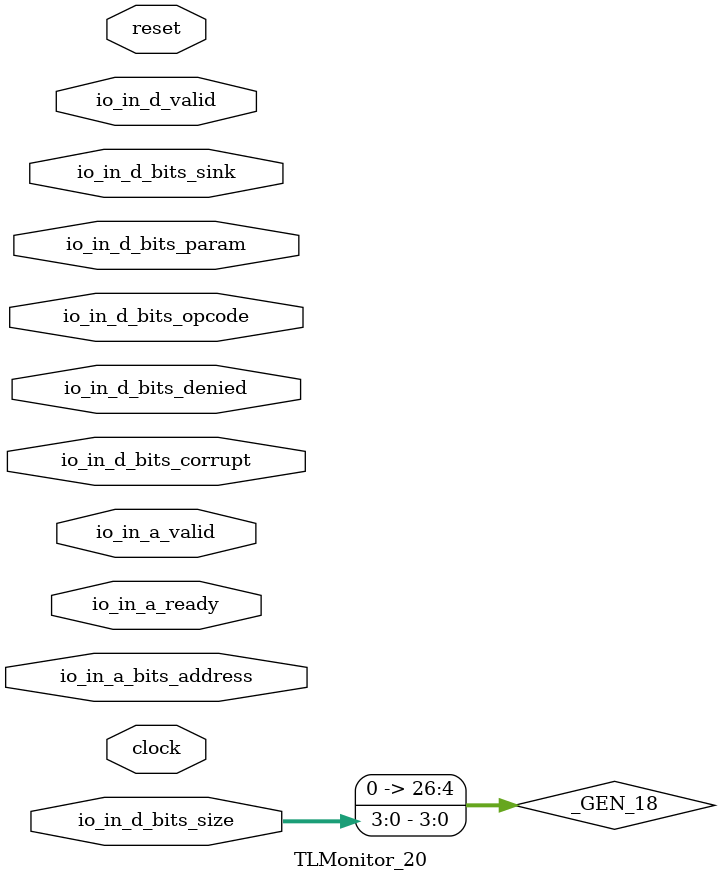
<source format=sv>
`ifndef RANDOMIZE
  `ifdef RANDOMIZE_MEM_INIT
    `define RANDOMIZE
  `endif // RANDOMIZE_MEM_INIT
`endif // not def RANDOMIZE
`ifndef RANDOMIZE
  `ifdef RANDOMIZE_REG_INIT
    `define RANDOMIZE
  `endif // RANDOMIZE_REG_INIT
`endif // not def RANDOMIZE

`ifndef RANDOM
  `define RANDOM $random
`endif // not def RANDOM

// Users can define INIT_RANDOM as general code that gets injected into the
// initializer block for modules with registers.
`ifndef INIT_RANDOM
  `define INIT_RANDOM
`endif // not def INIT_RANDOM

// If using random initialization, you can also define RANDOMIZE_DELAY to
// customize the delay used, otherwise 0.002 is used.
`ifndef RANDOMIZE_DELAY
  `define RANDOMIZE_DELAY 0.002
`endif // not def RANDOMIZE_DELAY

// Define INIT_RANDOM_PROLOG_ for use in our modules below.
`ifndef INIT_RANDOM_PROLOG_
  `ifdef RANDOMIZE
    `ifdef VERILATOR
      `define INIT_RANDOM_PROLOG_ `INIT_RANDOM
    `else  // VERILATOR
      `define INIT_RANDOM_PROLOG_ `INIT_RANDOM #`RANDOMIZE_DELAY begin end
    `endif // VERILATOR
  `else  // RANDOMIZE
    `define INIT_RANDOM_PROLOG_
  `endif // RANDOMIZE
`endif // not def INIT_RANDOM_PROLOG_

// Include register initializers in init blocks unless synthesis is set
`ifndef SYNTHESIS
  `ifndef ENABLE_INITIAL_REG_
    `define ENABLE_INITIAL_REG_
  `endif // not def ENABLE_INITIAL_REG_
`endif // not def SYNTHESIS

// Include rmemory initializers in init blocks unless synthesis is set
`ifndef SYNTHESIS
  `ifndef ENABLE_INITIAL_MEM_
    `define ENABLE_INITIAL_MEM_
  `endif // not def ENABLE_INITIAL_MEM_
`endif // not def SYNTHESIS

// Standard header to adapt well known macros for prints and assertions.

// Users can define 'PRINTF_COND' to add an extra gate to prints.
`ifndef PRINTF_COND_
  `ifdef PRINTF_COND
    `define PRINTF_COND_ (`PRINTF_COND)
  `else  // PRINTF_COND
    `define PRINTF_COND_ 1
  `endif // PRINTF_COND
`endif // not def PRINTF_COND_

// Users can define 'ASSERT_VERBOSE_COND' to add an extra gate to assert error printing.
`ifndef ASSERT_VERBOSE_COND_
  `ifdef ASSERT_VERBOSE_COND
    `define ASSERT_VERBOSE_COND_ (`ASSERT_VERBOSE_COND)
  `else  // ASSERT_VERBOSE_COND
    `define ASSERT_VERBOSE_COND_ 1
  `endif // ASSERT_VERBOSE_COND
`endif // not def ASSERT_VERBOSE_COND_

// Users can define 'STOP_COND' to add an extra gate to stop conditions.
`ifndef STOP_COND_
  `ifdef STOP_COND
    `define STOP_COND_ (`STOP_COND)
  `else  // STOP_COND
    `define STOP_COND_ 1
  `endif // STOP_COND
`endif // not def STOP_COND_

module TLMonitor_20(
  input        clock,
               reset,
               io_in_a_ready,	// @[generators/rocket-chip/src/main/scala/tilelink/Monitor.scala:17:14]
               io_in_a_valid,	// @[generators/rocket-chip/src/main/scala/tilelink/Monitor.scala:17:14]
  input [28:0] io_in_a_bits_address,	// @[generators/rocket-chip/src/main/scala/tilelink/Monitor.scala:17:14]
  input        io_in_d_valid,	// @[generators/rocket-chip/src/main/scala/tilelink/Monitor.scala:17:14]
  input [2:0]  io_in_d_bits_opcode,	// @[generators/rocket-chip/src/main/scala/tilelink/Monitor.scala:17:14]
  input [1:0]  io_in_d_bits_param,	// @[generators/rocket-chip/src/main/scala/tilelink/Monitor.scala:17:14]
  input [3:0]  io_in_d_bits_size,	// @[generators/rocket-chip/src/main/scala/tilelink/Monitor.scala:17:14]
  input        io_in_d_bits_sink,	// @[generators/rocket-chip/src/main/scala/tilelink/Monitor.scala:17:14]
               io_in_d_bits_denied,	// @[generators/rocket-chip/src/main/scala/tilelink/Monitor.scala:17:14]
               io_in_d_bits_corrupt	// @[generators/rocket-chip/src/main/scala/tilelink/Monitor.scala:17:14]
);

  wire [31:0] _plusarg_reader_1_out;	// @[generators/rocket-chip/src/main/scala/util/PlusArg.scala:80:11]
  wire [31:0] _plusarg_reader_out;	// @[generators/rocket-chip/src/main/scala/util/PlusArg.scala:80:11]
  wire        _a_first_T_1 = io_in_a_ready & io_in_a_valid;	// @[src/main/scala/chisel3/util/Decoupled.scala:52:35]
  reg  [8:0]  a_first_counter;	// @[generators/rocket-chip/src/main/scala/tilelink/Edges.scala:230:27]
  reg  [28:0] address;	// @[generators/rocket-chip/src/main/scala/tilelink/Monitor.scala:388:22]
  reg  [8:0]  d_first_counter;	// @[generators/rocket-chip/src/main/scala/tilelink/Edges.scala:230:27]
  reg  [2:0]  opcode_1;	// @[generators/rocket-chip/src/main/scala/tilelink/Monitor.scala:535:22]
  reg  [1:0]  param_1;	// @[generators/rocket-chip/src/main/scala/tilelink/Monitor.scala:536:22]
  reg  [3:0]  size_1;	// @[generators/rocket-chip/src/main/scala/tilelink/Monitor.scala:537:22]
  reg         sink;	// @[generators/rocket-chip/src/main/scala/tilelink/Monitor.scala:539:22]
  reg         denied;	// @[generators/rocket-chip/src/main/scala/tilelink/Monitor.scala:540:22]
  reg         inflight;	// @[generators/rocket-chip/src/main/scala/tilelink/Monitor.scala:611:27]
  reg  [3:0]  inflight_opcodes;	// @[generators/rocket-chip/src/main/scala/tilelink/Monitor.scala:613:35]
  reg  [7:0]  inflight_sizes;	// @[generators/rocket-chip/src/main/scala/tilelink/Monitor.scala:615:33]
  reg  [8:0]  a_first_counter_1;	// @[generators/rocket-chip/src/main/scala/tilelink/Edges.scala:230:27]
  wire        a_first_1 = a_first_counter_1 == 9'h0;	// @[generators/rocket-chip/src/main/scala/tilelink/Edges.scala:222:14, :230:27, :232:25]
  reg  [8:0]  d_first_counter_1;	// @[generators/rocket-chip/src/main/scala/tilelink/Edges.scala:230:27]
  wire        d_first_1 = d_first_counter_1 == 9'h0;	// @[generators/rocket-chip/src/main/scala/tilelink/Edges.scala:222:14, :230:27, :232:25]
  wire        a_set = _a_first_T_1 & a_first_1;	// @[generators/rocket-chip/src/main/scala/tilelink/Edges.scala:232:25, generators/rocket-chip/src/main/scala/tilelink/Monitor.scala:652:25, src/main/scala/chisel3/util/Decoupled.scala:52:35]
  wire        d_release_ack = io_in_d_bits_opcode == 3'h6;	// @[generators/rocket-chip/src/main/scala/tilelink/Monitor.scala:670:46]
  wire        _GEN = io_in_d_valid & d_first_1;	// @[generators/rocket-chip/src/main/scala/tilelink/Edges.scala:232:25, generators/rocket-chip/src/main/scala/tilelink/Monitor.scala:671:26]
  wire        d_clr_wo_ready = _GEN & ~d_release_ack;	// @[generators/rocket-chip/src/main/scala/tilelink/Monitor.scala:670:46, :671:{26,71,74}]
  reg  [31:0] watchdog;	// @[generators/rocket-chip/src/main/scala/tilelink/Monitor.scala:706:27]
  reg         inflight_1;	// @[generators/rocket-chip/src/main/scala/tilelink/Monitor.scala:723:35]
  reg  [7:0]  inflight_sizes_1;	// @[generators/rocket-chip/src/main/scala/tilelink/Monitor.scala:725:35]
  reg  [8:0]  d_first_counter_2;	// @[generators/rocket-chip/src/main/scala/tilelink/Edges.scala:230:27]
  wire        d_first_2 = d_first_counter_2 == 9'h0;	// @[generators/rocket-chip/src/main/scala/tilelink/Edges.scala:222:14, :230:27, :232:25]
  wire        d_clr_1 = io_in_d_valid & d_first_2 & d_release_ack;	// @[generators/rocket-chip/src/main/scala/tilelink/Edges.scala:232:25, generators/rocket-chip/src/main/scala/tilelink/Monitor.scala:670:46, :785:70]
  reg  [31:0] watchdog_1;	// @[generators/rocket-chip/src/main/scala/tilelink/Monitor.scala:815:27]
  `ifndef SYNTHESIS	// @[generators/rocket-chip/src/main/scala/tilelink/Monitor.scala:42:11]
    wire [7:0][2:0] _GEN_0 = '{3'h4, 3'h5, 3'h2, 3'h1, 3'h1, 3'h1, 3'h0, 3'h0};	// @[generators/rocket-chip/src/main/scala/tilelink/Monitor.scala:690:38]
    wire [7:0][2:0] _GEN_1 = '{3'h4, 3'h4, 3'h2, 3'h1, 3'h1, 3'h1, 3'h0, 3'h0};	// @[generators/rocket-chip/src/main/scala/tilelink/Monitor.scala:689:38]
    wire            mask_eq_2 = ~(io_in_a_bits_address[2]) & ~(io_in_a_bits_address[1]);	// @[generators/rocket-chip/src/main/scala/util/Misc.scala:210:26, :211:20, :214:27]
    wire            mask_eq_3 = ~(io_in_a_bits_address[2]) & io_in_a_bits_address[1];	// @[generators/rocket-chip/src/main/scala/util/Misc.scala:210:26, :211:20, :214:27]
    wire            mask_eq_4 = io_in_a_bits_address[2] & ~(io_in_a_bits_address[1]);	// @[generators/rocket-chip/src/main/scala/util/Misc.scala:210:26, :211:20, :214:27]
    wire            mask_eq_5 = io_in_a_bits_address[2] & io_in_a_bits_address[1];	// @[generators/rocket-chip/src/main/scala/util/Misc.scala:210:26, :214:27]
    wire            _GEN_2 = io_in_a_valid & ~reset;	// @[generators/rocket-chip/src/main/scala/tilelink/Monitor.scala:42:11]
    wire            _GEN_3 = io_in_d_valid & io_in_d_bits_opcode == 3'h6 & ~reset;	// @[generators/rocket-chip/src/main/scala/tilelink/Monitor.scala:42:11, :49:11, :310:25]
    wire            _GEN_4 = io_in_d_bits_size < 4'h3;	// @[generators/rocket-chip/src/main/scala/tilelink/Monitor.scala:312:27]
    wire            _GEN_5 = io_in_d_valid & io_in_d_bits_opcode == 3'h4 & ~reset;	// @[generators/rocket-chip/src/main/scala/tilelink/Monitor.scala:42:11, :49:11, :318:25]
    wire            _GEN_6 = io_in_d_bits_param == 2'h2;	// @[generators/rocket-chip/src/main/scala/tilelink/Bundles.scala:111:27, generators/rocket-chip/src/main/scala/tilelink/Monitor.scala:323:28]
    wire            _GEN_7 = io_in_d_valid & io_in_d_bits_opcode == 3'h5 & ~reset;	// @[generators/rocket-chip/src/main/scala/tilelink/Monitor.scala:42:11, :49:11, :328:25]
    wire            _GEN_8 = ~io_in_d_bits_denied | io_in_d_bits_corrupt;	// @[generators/rocket-chip/src/main/scala/tilelink/Monitor.scala:334:{15,30}]
    wire            _GEN_9 = io_in_d_bits_opcode == 3'h0;	// @[generators/rocket-chip/src/main/scala/tilelink/Monitor.scala:338:25]
    wire            _GEN_10 = io_in_d_valid & _GEN_9 & ~reset;	// @[generators/rocket-chip/src/main/scala/tilelink/Monitor.scala:42:11, :49:11, :338:25]
    wire            _GEN_11 = io_in_d_valid & io_in_d_bits_opcode == 3'h1 & ~reset;	// @[generators/rocket-chip/src/main/scala/tilelink/Monitor.scala:42:11, :49:11, :346:25]
    wire            _GEN_12 = io_in_d_valid & io_in_d_bits_opcode == 3'h2 & ~reset;	// @[generators/rocket-chip/src/main/scala/tilelink/Monitor.scala:42:11, :49:11, :354:25]
    wire            _GEN_13 = io_in_d_valid & (|d_first_counter) & ~reset;	// @[generators/rocket-chip/src/main/scala/tilelink/Edges.scala:230:27, :232:25, generators/rocket-chip/src/main/scala/tilelink/Monitor.scala:42:11, :49:11]
    wire            a_set_wo_ready = io_in_a_valid & a_first_1;	// @[generators/rocket-chip/src/main/scala/tilelink/Edges.scala:232:25, generators/rocket-chip/src/main/scala/tilelink/Monitor.scala:648:26]
    wire            _GEN_14 = d_clr_wo_ready & a_set_wo_ready & ~reset;	// @[generators/rocket-chip/src/main/scala/tilelink/Monitor.scala:42:11, :49:11, :648:26, :671:71]
    wire            _GEN_15 = d_clr_wo_ready & ~a_set_wo_ready & ~reset;	// @[generators/rocket-chip/src/main/scala/tilelink/Monitor.scala:42:11, :49:11, :648:26, :671:71, :684:30]
    wire [7:0]      _GEN_16 = {4'h0, io_in_d_bits_size};	// @[generators/rocket-chip/src/main/scala/tilelink/Bundles.scala:111:27, generators/rocket-chip/src/main/scala/tilelink/Monitor.scala:634:69, :638:65, :656:79, :657:77, :691:36, generators/rocket-chip/src/main/scala/util/Misc.scala:206:21]
    wire            _GEN_17 = d_clr_1 & ~reset;	// @[generators/rocket-chip/src/main/scala/tilelink/Monitor.scala:42:11, :49:11, :785:70]
    always @(posedge clock) begin	// @[generators/rocket-chip/src/main/scala/tilelink/Monitor.scala:42:11]
      if (_GEN_2 & ~({io_in_a_bits_address[28:14], ~(io_in_a_bits_address[13:12])} == 17'h0 | io_in_a_bits_address[28:13] == 16'h0 | {io_in_a_bits_address[28:21], io_in_a_bits_address[20:17] ^ 4'h8, io_in_a_bits_address[15:12]} == 16'h0 | {io_in_a_bits_address[28:26], io_in_a_bits_address[25:16] ^ 10'h200} == 13'h0 | {io_in_a_bits_address[28:26], io_in_a_bits_address[25:12] ^ 14'h2010} == 17'h0 | {io_in_a_bits_address[28], ~(io_in_a_bits_address[27:26])} == 3'h0 | io_in_a_bits_address[28:12] == 17'h10020)) begin	// @[generators/rocket-chip/src/main/scala/diplomacy/Parameters.scala:137:{31,41,46,59}, generators/rocket-chip/src/main/scala/tilelink/Monitor.scala:17:14, :42:11, generators/rocket-chip/src/main/scala/tilelink/Parameters.scala:673:26]
        if (`ASSERT_VERBOSE_COND_)	// @[generators/rocket-chip/src/main/scala/tilelink/Monitor.scala:42:11]
          $error("Assertion failed: 'A' channel carries PutFull type which is unexpected using diplomatic parameters (connected at generators/rocket-chip/src/main/scala/tilelink/BusWrapper.scala:95:33)\n    at Monitor.scala:42 assert(cond, message)\n");	// @[generators/rocket-chip/src/main/scala/tilelink/Monitor.scala:42:11]
        if (`STOP_COND_)	// @[generators/rocket-chip/src/main/scala/tilelink/Monitor.scala:42:11]
          $fatal;	// @[generators/rocket-chip/src/main/scala/tilelink/Monitor.scala:42:11]
      end
      if (_GEN_2 & (|(io_in_a_bits_address[1:0]))) begin	// @[generators/rocket-chip/src/main/scala/tilelink/Edges.scala:22:{16,24}, generators/rocket-chip/src/main/scala/tilelink/Monitor.scala:42:11]
        if (`ASSERT_VERBOSE_COND_)	// @[generators/rocket-chip/src/main/scala/tilelink/Monitor.scala:42:11]
          $error("Assertion failed: 'A' channel PutFull address not aligned to size (connected at generators/rocket-chip/src/main/scala/tilelink/BusWrapper.scala:95:33)\n    at Monitor.scala:42 assert(cond, message)\n");	// @[generators/rocket-chip/src/main/scala/tilelink/Monitor.scala:42:11]
        if (`STOP_COND_)	// @[generators/rocket-chip/src/main/scala/tilelink/Monitor.scala:42:11]
          $fatal;	// @[generators/rocket-chip/src/main/scala/tilelink/Monitor.scala:42:11]
      end
      if (_GEN_2 & {io_in_a_bits_address[2] | mask_eq_5 & io_in_a_bits_address[0], io_in_a_bits_address[2] | mask_eq_5 & ~(io_in_a_bits_address[0]), io_in_a_bits_address[2] | mask_eq_4 & io_in_a_bits_address[0], io_in_a_bits_address[2] | mask_eq_4 & ~(io_in_a_bits_address[0]), ~(io_in_a_bits_address[2]) | mask_eq_3 & io_in_a_bits_address[0], ~(io_in_a_bits_address[2]) | mask_eq_3 & ~(io_in_a_bits_address[0]), ~(io_in_a_bits_address[2]) | mask_eq_2 & io_in_a_bits_address[0], ~(io_in_a_bits_address[2]) | mask_eq_2 & ~(io_in_a_bits_address[0])} != 8'hF) begin	// @[generators/rocket-chip/src/main/scala/tilelink/Monitor.scala:17:14, :42:11, :119:30, generators/rocket-chip/src/main/scala/util/Misc.scala:210:26, :211:20, :214:27, :215:29, :222:10]
        if (`ASSERT_VERBOSE_COND_)	// @[generators/rocket-chip/src/main/scala/tilelink/Monitor.scala:42:11]
          $error("Assertion failed: 'A' channel PutFull contains invalid mask (connected at generators/rocket-chip/src/main/scala/tilelink/BusWrapper.scala:95:33)\n    at Monitor.scala:42 assert(cond, message)\n");	// @[generators/rocket-chip/src/main/scala/tilelink/Monitor.scala:42:11]
        if (`STOP_COND_)	// @[generators/rocket-chip/src/main/scala/tilelink/Monitor.scala:42:11]
          $fatal;	// @[generators/rocket-chip/src/main/scala/tilelink/Monitor.scala:42:11]
      end
      if (io_in_d_valid & ~reset & (&io_in_d_bits_opcode)) begin	// @[generators/rocket-chip/src/main/scala/tilelink/Bundles.scala:45:24, generators/rocket-chip/src/main/scala/tilelink/Monitor.scala:42:11, :49:11]
        if (`ASSERT_VERBOSE_COND_)	// @[generators/rocket-chip/src/main/scala/tilelink/Monitor.scala:49:11]
          $error("Assertion failed: 'D' channel has invalid opcode (connected at generators/rocket-chip/src/main/scala/tilelink/BusWrapper.scala:95:33)\n    at Monitor.scala:49 assert(cond, message)\n");	// @[generators/rocket-chip/src/main/scala/tilelink/Monitor.scala:49:11]
        if (`STOP_COND_)	// @[generators/rocket-chip/src/main/scala/tilelink/Monitor.scala:49:11]
          $fatal;	// @[generators/rocket-chip/src/main/scala/tilelink/Monitor.scala:49:11]
      end
      if (_GEN_3 & _GEN_4) begin	// @[generators/rocket-chip/src/main/scala/tilelink/Monitor.scala:49:11, :312:27]
        if (`ASSERT_VERBOSE_COND_)	// @[generators/rocket-chip/src/main/scala/tilelink/Monitor.scala:49:11]
          $error("Assertion failed: 'D' channel ReleaseAck smaller than a beat (connected at generators/rocket-chip/src/main/scala/tilelink/BusWrapper.scala:95:33)\n    at Monitor.scala:49 assert(cond, message)\n");	// @[generators/rocket-chip/src/main/scala/tilelink/Monitor.scala:49:11]
        if (`STOP_COND_)	// @[generators/rocket-chip/src/main/scala/tilelink/Monitor.scala:49:11]
          $fatal;	// @[generators/rocket-chip/src/main/scala/tilelink/Monitor.scala:49:11]
      end
      if (_GEN_3 & (|io_in_d_bits_param)) begin	// @[generators/rocket-chip/src/main/scala/tilelink/Monitor.scala:49:11, :313:28]
        if (`ASSERT_VERBOSE_COND_)	// @[generators/rocket-chip/src/main/scala/tilelink/Monitor.scala:49:11]
          $error("Assertion failed: 'D' channel ReleaseeAck carries invalid param (connected at generators/rocket-chip/src/main/scala/tilelink/BusWrapper.scala:95:33)\n    at Monitor.scala:49 assert(cond, message)\n");	// @[generators/rocket-chip/src/main/scala/tilelink/Monitor.scala:49:11]
        if (`STOP_COND_)	// @[generators/rocket-chip/src/main/scala/tilelink/Monitor.scala:49:11]
          $fatal;	// @[generators/rocket-chip/src/main/scala/tilelink/Monitor.scala:49:11]
      end
      if (_GEN_3 & io_in_d_bits_corrupt) begin	// @[generators/rocket-chip/src/main/scala/tilelink/Monitor.scala:49:11]
        if (`ASSERT_VERBOSE_COND_)	// @[generators/rocket-chip/src/main/scala/tilelink/Monitor.scala:49:11]
          $error("Assertion failed: 'D' channel ReleaseAck is corrupt (connected at generators/rocket-chip/src/main/scala/tilelink/BusWrapper.scala:95:33)\n    at Monitor.scala:49 assert(cond, message)\n");	// @[generators/rocket-chip/src/main/scala/tilelink/Monitor.scala:49:11]
        if (`STOP_COND_)	// @[generators/rocket-chip/src/main/scala/tilelink/Monitor.scala:49:11]
          $fatal;	// @[generators/rocket-chip/src/main/scala/tilelink/Monitor.scala:49:11]
      end
      if (_GEN_3 & io_in_d_bits_denied) begin	// @[generators/rocket-chip/src/main/scala/tilelink/Monitor.scala:49:11]
        if (`ASSERT_VERBOSE_COND_)	// @[generators/rocket-chip/src/main/scala/tilelink/Monitor.scala:49:11]
          $error("Assertion failed: 'D' channel ReleaseAck is denied (connected at generators/rocket-chip/src/main/scala/tilelink/BusWrapper.scala:95:33)\n    at Monitor.scala:49 assert(cond, message)\n");	// @[generators/rocket-chip/src/main/scala/tilelink/Monitor.scala:49:11]
        if (`STOP_COND_)	// @[generators/rocket-chip/src/main/scala/tilelink/Monitor.scala:49:11]
          $fatal;	// @[generators/rocket-chip/src/main/scala/tilelink/Monitor.scala:49:11]
      end
      if (_GEN_5) begin	// @[generators/rocket-chip/src/main/scala/tilelink/Monitor.scala:49:11]
        if (`ASSERT_VERBOSE_COND_)	// @[generators/rocket-chip/src/main/scala/tilelink/Monitor.scala:49:11]
          $error("Assertion failed: 'D' channel Grant carries invalid sink ID (connected at generators/rocket-chip/src/main/scala/tilelink/BusWrapper.scala:95:33)\n    at Monitor.scala:49 assert(cond, message)\n");	// @[generators/rocket-chip/src/main/scala/tilelink/Monitor.scala:49:11]
        if (`STOP_COND_)	// @[generators/rocket-chip/src/main/scala/tilelink/Monitor.scala:49:11]
          $fatal;	// @[generators/rocket-chip/src/main/scala/tilelink/Monitor.scala:49:11]
      end
      if (_GEN_5 & _GEN_4) begin	// @[generators/rocket-chip/src/main/scala/tilelink/Monitor.scala:49:11, :312:27]
        if (`ASSERT_VERBOSE_COND_)	// @[generators/rocket-chip/src/main/scala/tilelink/Monitor.scala:49:11]
          $error("Assertion failed: 'D' channel Grant smaller than a beat (connected at generators/rocket-chip/src/main/scala/tilelink/BusWrapper.scala:95:33)\n    at Monitor.scala:49 assert(cond, message)\n");	// @[generators/rocket-chip/src/main/scala/tilelink/Monitor.scala:49:11]
        if (`STOP_COND_)	// @[generators/rocket-chip/src/main/scala/tilelink/Monitor.scala:49:11]
          $fatal;	// @[generators/rocket-chip/src/main/scala/tilelink/Monitor.scala:49:11]
      end
      if (_GEN_5 & (&io_in_d_bits_param)) begin	// @[generators/rocket-chip/src/main/scala/tilelink/Bundles.scala:105:26, generators/rocket-chip/src/main/scala/tilelink/Monitor.scala:49:11]
        if (`ASSERT_VERBOSE_COND_)	// @[generators/rocket-chip/src/main/scala/tilelink/Monitor.scala:49:11]
          $error("Assertion failed: 'D' channel Grant carries invalid cap param (connected at generators/rocket-chip/src/main/scala/tilelink/BusWrapper.scala:95:33)\n    at Monitor.scala:49 assert(cond, message)\n");	// @[generators/rocket-chip/src/main/scala/tilelink/Monitor.scala:49:11]
        if (`STOP_COND_)	// @[generators/rocket-chip/src/main/scala/tilelink/Monitor.scala:49:11]
          $fatal;	// @[generators/rocket-chip/src/main/scala/tilelink/Monitor.scala:49:11]
      end
      if (_GEN_5 & _GEN_6) begin	// @[generators/rocket-chip/src/main/scala/tilelink/Monitor.scala:49:11, :323:28]
        if (`ASSERT_VERBOSE_COND_)	// @[generators/rocket-chip/src/main/scala/tilelink/Monitor.scala:49:11]
          $error("Assertion failed: 'D' channel Grant carries toN param (connected at generators/rocket-chip/src/main/scala/tilelink/BusWrapper.scala:95:33)\n    at Monitor.scala:49 assert(cond, message)\n");	// @[generators/rocket-chip/src/main/scala/tilelink/Monitor.scala:49:11]
        if (`STOP_COND_)	// @[generators/rocket-chip/src/main/scala/tilelink/Monitor.scala:49:11]
          $fatal;	// @[generators/rocket-chip/src/main/scala/tilelink/Monitor.scala:49:11]
      end
      if (_GEN_5 & io_in_d_bits_corrupt) begin	// @[generators/rocket-chip/src/main/scala/tilelink/Monitor.scala:49:11]
        if (`ASSERT_VERBOSE_COND_)	// @[generators/rocket-chip/src/main/scala/tilelink/Monitor.scala:49:11]
          $error("Assertion failed: 'D' channel Grant is corrupt (connected at generators/rocket-chip/src/main/scala/tilelink/BusWrapper.scala:95:33)\n    at Monitor.scala:49 assert(cond, message)\n");	// @[generators/rocket-chip/src/main/scala/tilelink/Monitor.scala:49:11]
        if (`STOP_COND_)	// @[generators/rocket-chip/src/main/scala/tilelink/Monitor.scala:49:11]
          $fatal;	// @[generators/rocket-chip/src/main/scala/tilelink/Monitor.scala:49:11]
      end
      if (_GEN_7) begin	// @[generators/rocket-chip/src/main/scala/tilelink/Monitor.scala:49:11]
        if (`ASSERT_VERBOSE_COND_)	// @[generators/rocket-chip/src/main/scala/tilelink/Monitor.scala:49:11]
          $error("Assertion failed: 'D' channel GrantData carries invalid sink ID (connected at generators/rocket-chip/src/main/scala/tilelink/BusWrapper.scala:95:33)\n    at Monitor.scala:49 assert(cond, message)\n");	// @[generators/rocket-chip/src/main/scala/tilelink/Monitor.scala:49:11]
        if (`STOP_COND_)	// @[generators/rocket-chip/src/main/scala/tilelink/Monitor.scala:49:11]
          $fatal;	// @[generators/rocket-chip/src/main/scala/tilelink/Monitor.scala:49:11]
      end
      if (_GEN_7 & _GEN_4) begin	// @[generators/rocket-chip/src/main/scala/tilelink/Monitor.scala:49:11, :312:27]
        if (`ASSERT_VERBOSE_COND_)	// @[generators/rocket-chip/src/main/scala/tilelink/Monitor.scala:49:11]
          $error("Assertion failed: 'D' channel GrantData smaller than a beat (connected at generators/rocket-chip/src/main/scala/tilelink/BusWrapper.scala:95:33)\n    at Monitor.scala:49 assert(cond, message)\n");	// @[generators/rocket-chip/src/main/scala/tilelink/Monitor.scala:49:11]
        if (`STOP_COND_)	// @[generators/rocket-chip/src/main/scala/tilelink/Monitor.scala:49:11]
          $fatal;	// @[generators/rocket-chip/src/main/scala/tilelink/Monitor.scala:49:11]
      end
      if (_GEN_7 & (&io_in_d_bits_param)) begin	// @[generators/rocket-chip/src/main/scala/tilelink/Bundles.scala:105:26, generators/rocket-chip/src/main/scala/tilelink/Monitor.scala:49:11]
        if (`ASSERT_VERBOSE_COND_)	// @[generators/rocket-chip/src/main/scala/tilelink/Monitor.scala:49:11]
          $error("Assertion failed: 'D' channel GrantData carries invalid cap param (connected at generators/rocket-chip/src/main/scala/tilelink/BusWrapper.scala:95:33)\n    at Monitor.scala:49 assert(cond, message)\n");	// @[generators/rocket-chip/src/main/scala/tilelink/Monitor.scala:49:11]
        if (`STOP_COND_)	// @[generators/rocket-chip/src/main/scala/tilelink/Monitor.scala:49:11]
          $fatal;	// @[generators/rocket-chip/src/main/scala/tilelink/Monitor.scala:49:11]
      end
      if (_GEN_7 & _GEN_6) begin	// @[generators/rocket-chip/src/main/scala/tilelink/Monitor.scala:49:11, :323:28]
        if (`ASSERT_VERBOSE_COND_)	// @[generators/rocket-chip/src/main/scala/tilelink/Monitor.scala:49:11]
          $error("Assertion failed: 'D' channel GrantData carries toN param (connected at generators/rocket-chip/src/main/scala/tilelink/BusWrapper.scala:95:33)\n    at Monitor.scala:49 assert(cond, message)\n");	// @[generators/rocket-chip/src/main/scala/tilelink/Monitor.scala:49:11]
        if (`STOP_COND_)	// @[generators/rocket-chip/src/main/scala/tilelink/Monitor.scala:49:11]
          $fatal;	// @[generators/rocket-chip/src/main/scala/tilelink/Monitor.scala:49:11]
      end
      if (_GEN_7 & ~_GEN_8) begin	// @[generators/rocket-chip/src/main/scala/tilelink/Monitor.scala:49:11, :334:30]
        if (`ASSERT_VERBOSE_COND_)	// @[generators/rocket-chip/src/main/scala/tilelink/Monitor.scala:49:11]
          $error("Assertion failed: 'D' channel GrantData is denied but not corrupt (connected at generators/rocket-chip/src/main/scala/tilelink/BusWrapper.scala:95:33)\n    at Monitor.scala:49 assert(cond, message)\n");	// @[generators/rocket-chip/src/main/scala/tilelink/Monitor.scala:49:11]
        if (`STOP_COND_)	// @[generators/rocket-chip/src/main/scala/tilelink/Monitor.scala:49:11]
          $fatal;	// @[generators/rocket-chip/src/main/scala/tilelink/Monitor.scala:49:11]
      end
      if (_GEN_10 & (|io_in_d_bits_param)) begin	// @[generators/rocket-chip/src/main/scala/tilelink/Monitor.scala:49:11, :313:28]
        if (`ASSERT_VERBOSE_COND_)	// @[generators/rocket-chip/src/main/scala/tilelink/Monitor.scala:49:11]
          $error("Assertion failed: 'D' channel AccessAck carries invalid param (connected at generators/rocket-chip/src/main/scala/tilelink/BusWrapper.scala:95:33)\n    at Monitor.scala:49 assert(cond, message)\n");	// @[generators/rocket-chip/src/main/scala/tilelink/Monitor.scala:49:11]
        if (`STOP_COND_)	// @[generators/rocket-chip/src/main/scala/tilelink/Monitor.scala:49:11]
          $fatal;	// @[generators/rocket-chip/src/main/scala/tilelink/Monitor.scala:49:11]
      end
      if (_GEN_10 & io_in_d_bits_corrupt) begin	// @[generators/rocket-chip/src/main/scala/tilelink/Monitor.scala:49:11]
        if (`ASSERT_VERBOSE_COND_)	// @[generators/rocket-chip/src/main/scala/tilelink/Monitor.scala:49:11]
          $error("Assertion failed: 'D' channel AccessAck is corrupt (connected at generators/rocket-chip/src/main/scala/tilelink/BusWrapper.scala:95:33)\n    at Monitor.scala:49 assert(cond, message)\n");	// @[generators/rocket-chip/src/main/scala/tilelink/Monitor.scala:49:11]
        if (`STOP_COND_)	// @[generators/rocket-chip/src/main/scala/tilelink/Monitor.scala:49:11]
          $fatal;	// @[generators/rocket-chip/src/main/scala/tilelink/Monitor.scala:49:11]
      end
      if (_GEN_11 & (|io_in_d_bits_param)) begin	// @[generators/rocket-chip/src/main/scala/tilelink/Monitor.scala:49:11, :313:28]
        if (`ASSERT_VERBOSE_COND_)	// @[generators/rocket-chip/src/main/scala/tilelink/Monitor.scala:49:11]
          $error("Assertion failed: 'D' channel AccessAckData carries invalid param (connected at generators/rocket-chip/src/main/scala/tilelink/BusWrapper.scala:95:33)\n    at Monitor.scala:49 assert(cond, message)\n");	// @[generators/rocket-chip/src/main/scala/tilelink/Monitor.scala:49:11]
        if (`STOP_COND_)	// @[generators/rocket-chip/src/main/scala/tilelink/Monitor.scala:49:11]
          $fatal;	// @[generators/rocket-chip/src/main/scala/tilelink/Monitor.scala:49:11]
      end
      if (_GEN_11 & ~_GEN_8) begin	// @[generators/rocket-chip/src/main/scala/tilelink/Monitor.scala:49:11, :334:30]
        if (`ASSERT_VERBOSE_COND_)	// @[generators/rocket-chip/src/main/scala/tilelink/Monitor.scala:49:11]
          $error("Assertion failed: 'D' channel AccessAckData is denied but not corrupt (connected at generators/rocket-chip/src/main/scala/tilelink/BusWrapper.scala:95:33)\n    at Monitor.scala:49 assert(cond, message)\n");	// @[generators/rocket-chip/src/main/scala/tilelink/Monitor.scala:49:11]
        if (`STOP_COND_)	// @[generators/rocket-chip/src/main/scala/tilelink/Monitor.scala:49:11]
          $fatal;	// @[generators/rocket-chip/src/main/scala/tilelink/Monitor.scala:49:11]
      end
      if (_GEN_12 & (|io_in_d_bits_param)) begin	// @[generators/rocket-chip/src/main/scala/tilelink/Monitor.scala:49:11, :313:28]
        if (`ASSERT_VERBOSE_COND_)	// @[generators/rocket-chip/src/main/scala/tilelink/Monitor.scala:49:11]
          $error("Assertion failed: 'D' channel HintAck carries invalid param (connected at generators/rocket-chip/src/main/scala/tilelink/BusWrapper.scala:95:33)\n    at Monitor.scala:49 assert(cond, message)\n");	// @[generators/rocket-chip/src/main/scala/tilelink/Monitor.scala:49:11]
        if (`STOP_COND_)	// @[generators/rocket-chip/src/main/scala/tilelink/Monitor.scala:49:11]
          $fatal;	// @[generators/rocket-chip/src/main/scala/tilelink/Monitor.scala:49:11]
      end
      if (_GEN_12 & io_in_d_bits_corrupt) begin	// @[generators/rocket-chip/src/main/scala/tilelink/Monitor.scala:49:11]
        if (`ASSERT_VERBOSE_COND_)	// @[generators/rocket-chip/src/main/scala/tilelink/Monitor.scala:49:11]
          $error("Assertion failed: 'D' channel HintAck is corrupt (connected at generators/rocket-chip/src/main/scala/tilelink/BusWrapper.scala:95:33)\n    at Monitor.scala:49 assert(cond, message)\n");	// @[generators/rocket-chip/src/main/scala/tilelink/Monitor.scala:49:11]
        if (`STOP_COND_)	// @[generators/rocket-chip/src/main/scala/tilelink/Monitor.scala:49:11]
          $fatal;	// @[generators/rocket-chip/src/main/scala/tilelink/Monitor.scala:49:11]
      end
      if (io_in_a_valid & (|a_first_counter) & ~reset & io_in_a_bits_address != address) begin	// @[generators/rocket-chip/src/main/scala/tilelink/Edges.scala:230:27, :232:25, generators/rocket-chip/src/main/scala/tilelink/Monitor.scala:42:11, :388:22, :394:32]
        if (`ASSERT_VERBOSE_COND_)	// @[generators/rocket-chip/src/main/scala/tilelink/Monitor.scala:42:11]
          $error("Assertion failed: 'A' channel address changed with multibeat operation (connected at generators/rocket-chip/src/main/scala/tilelink/BusWrapper.scala:95:33)\n    at Monitor.scala:42 assert(cond, message)\n");	// @[generators/rocket-chip/src/main/scala/tilelink/Monitor.scala:42:11]
        if (`STOP_COND_)	// @[generators/rocket-chip/src/main/scala/tilelink/Monitor.scala:42:11]
          $fatal;	// @[generators/rocket-chip/src/main/scala/tilelink/Monitor.scala:42:11]
      end
      if (_GEN_13 & io_in_d_bits_opcode != opcode_1) begin	// @[generators/rocket-chip/src/main/scala/tilelink/Monitor.scala:49:11, :535:22, :542:29]
        if (`ASSERT_VERBOSE_COND_)	// @[generators/rocket-chip/src/main/scala/tilelink/Monitor.scala:49:11]
          $error("Assertion failed: 'D' channel opcode changed within multibeat operation (connected at generators/rocket-chip/src/main/scala/tilelink/BusWrapper.scala:95:33)\n    at Monitor.scala:49 assert(cond, message)\n");	// @[generators/rocket-chip/src/main/scala/tilelink/Monitor.scala:49:11]
        if (`STOP_COND_)	// @[generators/rocket-chip/src/main/scala/tilelink/Monitor.scala:49:11]
          $fatal;	// @[generators/rocket-chip/src/main/scala/tilelink/Monitor.scala:49:11]
      end
      if (_GEN_13 & io_in_d_bits_param != param_1) begin	// @[generators/rocket-chip/src/main/scala/tilelink/Monitor.scala:49:11, :536:22, :543:29]
        if (`ASSERT_VERBOSE_COND_)	// @[generators/rocket-chip/src/main/scala/tilelink/Monitor.scala:49:11]
          $error("Assertion failed: 'D' channel param changed within multibeat operation (connected at generators/rocket-chip/src/main/scala/tilelink/BusWrapper.scala:95:33)\n    at Monitor.scala:49 assert(cond, message)\n");	// @[generators/rocket-chip/src/main/scala/tilelink/Monitor.scala:49:11]
        if (`STOP_COND_)	// @[generators/rocket-chip/src/main/scala/tilelink/Monitor.scala:49:11]
          $fatal;	// @[generators/rocket-chip/src/main/scala/tilelink/Monitor.scala:49:11]
      end
      if (_GEN_13 & io_in_d_bits_size != size_1) begin	// @[generators/rocket-chip/src/main/scala/tilelink/Monitor.scala:49:11, :537:22, :544:29]
        if (`ASSERT_VERBOSE_COND_)	// @[generators/rocket-chip/src/main/scala/tilelink/Monitor.scala:49:11]
          $error("Assertion failed: 'D' channel size changed within multibeat operation (connected at generators/rocket-chip/src/main/scala/tilelink/BusWrapper.scala:95:33)\n    at Monitor.scala:49 assert(cond, message)\n");	// @[generators/rocket-chip/src/main/scala/tilelink/Monitor.scala:49:11]
        if (`STOP_COND_)	// @[generators/rocket-chip/src/main/scala/tilelink/Monitor.scala:49:11]
          $fatal;	// @[generators/rocket-chip/src/main/scala/tilelink/Monitor.scala:49:11]
      end
      if (_GEN_13 & io_in_d_bits_sink != sink) begin	// @[generators/rocket-chip/src/main/scala/tilelink/Monitor.scala:49:11, :539:22, :546:29]
        if (`ASSERT_VERBOSE_COND_)	// @[generators/rocket-chip/src/main/scala/tilelink/Monitor.scala:49:11]
          $error("Assertion failed: 'D' channel sink changed with multibeat operation (connected at generators/rocket-chip/src/main/scala/tilelink/BusWrapper.scala:95:33)\n    at Monitor.scala:49 assert(cond, message)\n");	// @[generators/rocket-chip/src/main/scala/tilelink/Monitor.scala:49:11]
        if (`STOP_COND_)	// @[generators/rocket-chip/src/main/scala/tilelink/Monitor.scala:49:11]
          $fatal;	// @[generators/rocket-chip/src/main/scala/tilelink/Monitor.scala:49:11]
      end
      if (_GEN_13 & io_in_d_bits_denied != denied) begin	// @[generators/rocket-chip/src/main/scala/tilelink/Monitor.scala:49:11, :540:22, :547:29]
        if (`ASSERT_VERBOSE_COND_)	// @[generators/rocket-chip/src/main/scala/tilelink/Monitor.scala:49:11]
          $error("Assertion failed: 'D' channel denied changed with multibeat operation (connected at generators/rocket-chip/src/main/scala/tilelink/BusWrapper.scala:95:33)\n    at Monitor.scala:49 assert(cond, message)\n");	// @[generators/rocket-chip/src/main/scala/tilelink/Monitor.scala:49:11]
        if (`STOP_COND_)	// @[generators/rocket-chip/src/main/scala/tilelink/Monitor.scala:49:11]
          $fatal;	// @[generators/rocket-chip/src/main/scala/tilelink/Monitor.scala:49:11]
      end
      if (a_set & ~reset & inflight) begin	// @[generators/rocket-chip/src/main/scala/tilelink/Monitor.scala:42:11, :611:27, :652:25]
        if (`ASSERT_VERBOSE_COND_)	// @[generators/rocket-chip/src/main/scala/tilelink/Monitor.scala:42:11]
          $error("Assertion failed: 'A' channel re-used a source ID (connected at generators/rocket-chip/src/main/scala/tilelink/BusWrapper.scala:95:33)\n    at Monitor.scala:42 assert(cond, message)\n");	// @[generators/rocket-chip/src/main/scala/tilelink/Monitor.scala:42:11]
        if (`STOP_COND_)	// @[generators/rocket-chip/src/main/scala/tilelink/Monitor.scala:42:11]
          $fatal;	// @[generators/rocket-chip/src/main/scala/tilelink/Monitor.scala:42:11]
      end
      if (d_clr_wo_ready & ~reset & ~(inflight | a_set_wo_ready)) begin	// @[generators/rocket-chip/src/main/scala/tilelink/Monitor.scala:42:11, :49:11, :611:27, :648:26, :671:71, :682:49]
        if (`ASSERT_VERBOSE_COND_)	// @[generators/rocket-chip/src/main/scala/tilelink/Monitor.scala:49:11]
          $error("Assertion failed: 'D' channel acknowledged for nothing inflight (connected at generators/rocket-chip/src/main/scala/tilelink/BusWrapper.scala:95:33)\n    at Monitor.scala:49 assert(cond, message)\n");	// @[generators/rocket-chip/src/main/scala/tilelink/Monitor.scala:49:11]
        if (`STOP_COND_)	// @[generators/rocket-chip/src/main/scala/tilelink/Monitor.scala:49:11]
          $fatal;	// @[generators/rocket-chip/src/main/scala/tilelink/Monitor.scala:49:11]
      end
      if (_GEN_14 & ~_GEN_9) begin	// @[generators/rocket-chip/src/main/scala/tilelink/Monitor.scala:49:11, :338:25]
        if (`ASSERT_VERBOSE_COND_)	// @[generators/rocket-chip/src/main/scala/tilelink/Monitor.scala:49:11]
          $error("Assertion failed: 'D' channel contains improper opcode response (connected at generators/rocket-chip/src/main/scala/tilelink/BusWrapper.scala:95:33)\n    at Monitor.scala:49 assert(cond, message)\n");	// @[generators/rocket-chip/src/main/scala/tilelink/Monitor.scala:49:11]
        if (`STOP_COND_)	// @[generators/rocket-chip/src/main/scala/tilelink/Monitor.scala:49:11]
          $fatal;	// @[generators/rocket-chip/src/main/scala/tilelink/Monitor.scala:49:11]
      end
      if (_GEN_14 & io_in_d_bits_size != 4'h2) begin	// @[generators/rocket-chip/src/main/scala/tilelink/Monitor.scala:17:14, :49:11, :687:36]
        if (`ASSERT_VERBOSE_COND_)	// @[generators/rocket-chip/src/main/scala/tilelink/Monitor.scala:49:11]
          $error("Assertion failed: 'D' channel contains improper response size (connected at generators/rocket-chip/src/main/scala/tilelink/BusWrapper.scala:95:33)\n    at Monitor.scala:49 assert(cond, message)\n");	// @[generators/rocket-chip/src/main/scala/tilelink/Monitor.scala:49:11]
        if (`STOP_COND_)	// @[generators/rocket-chip/src/main/scala/tilelink/Monitor.scala:49:11]
          $fatal;	// @[generators/rocket-chip/src/main/scala/tilelink/Monitor.scala:49:11]
      end
      if (_GEN_15 & ~(io_in_d_bits_opcode == _GEN_1[inflight_opcodes[3:1]] | io_in_d_bits_opcode == _GEN_0[inflight_opcodes[3:1]])) begin	// @[generators/rocket-chip/src/main/scala/tilelink/Monitor.scala:42:11, :49:11, :613:35, :634:152, :689:{38,72}, :690:38]
        if (`ASSERT_VERBOSE_COND_)	// @[generators/rocket-chip/src/main/scala/tilelink/Monitor.scala:49:11]
          $error("Assertion failed: 'D' channel contains improper opcode response (connected at generators/rocket-chip/src/main/scala/tilelink/BusWrapper.scala:95:33)\n    at Monitor.scala:49 assert(cond, message)\n");	// @[generators/rocket-chip/src/main/scala/tilelink/Monitor.scala:49:11]
        if (`STOP_COND_)	// @[generators/rocket-chip/src/main/scala/tilelink/Monitor.scala:49:11]
          $fatal;	// @[generators/rocket-chip/src/main/scala/tilelink/Monitor.scala:49:11]
      end
      if (_GEN_15 & _GEN_16 != {1'h0, inflight_sizes[7:1]}) begin	// @[generators/rocket-chip/src/main/scala/tilelink/Monitor.scala:17:14, :42:11, :49:11, :99:31, :615:33, :638:{19,144}, :691:36, :695:15, generators/rocket-chip/src/main/scala/util/Misc.scala:206:21, :215:38]
        if (`ASSERT_VERBOSE_COND_)	// @[generators/rocket-chip/src/main/scala/tilelink/Monitor.scala:49:11]
          $error("Assertion failed: 'D' channel contains improper response size (connected at generators/rocket-chip/src/main/scala/tilelink/BusWrapper.scala:95:33)\n    at Monitor.scala:49 assert(cond, message)\n");	// @[generators/rocket-chip/src/main/scala/tilelink/Monitor.scala:49:11]
        if (`STOP_COND_)	// @[generators/rocket-chip/src/main/scala/tilelink/Monitor.scala:49:11]
          $fatal;	// @[generators/rocket-chip/src/main/scala/tilelink/Monitor.scala:49:11]
      end
      if (_GEN & a_first_1 & io_in_a_valid & ~d_release_ack & ~reset & ~io_in_a_ready) begin	// @[generators/rocket-chip/src/main/scala/tilelink/Edges.scala:232:25, generators/rocket-chip/src/main/scala/tilelink/Monitor.scala:42:11, :49:11, :670:46, :671:{26,74}]
        if (`ASSERT_VERBOSE_COND_)	// @[generators/rocket-chip/src/main/scala/tilelink/Monitor.scala:49:11]
          $error("Assertion failed: ready check\n    at Monitor.scala:49 assert(cond, message)\n");	// @[generators/rocket-chip/src/main/scala/tilelink/Monitor.scala:49:11]
        if (`STOP_COND_)	// @[generators/rocket-chip/src/main/scala/tilelink/Monitor.scala:49:11]
          $fatal;	// @[generators/rocket-chip/src/main/scala/tilelink/Monitor.scala:49:11]
      end
      if (~reset & ~(a_set_wo_ready != d_clr_wo_ready | ~a_set_wo_ready)) begin	// @[generators/rocket-chip/src/main/scala/tilelink/Monitor.scala:42:11, :49:11, :648:26, :671:71, :684:30, :699:{29,48}]
        if (`ASSERT_VERBOSE_COND_)	// @[generators/rocket-chip/src/main/scala/tilelink/Monitor.scala:49:11]
          $error("Assertion failed: 'A' and 'D' concurrent, despite minlatency > 0 (connected at generators/rocket-chip/src/main/scala/tilelink/BusWrapper.scala:95:33)\n    at Monitor.scala:49 assert(cond, message)\n");	// @[generators/rocket-chip/src/main/scala/tilelink/Monitor.scala:49:11]
        if (`STOP_COND_)	// @[generators/rocket-chip/src/main/scala/tilelink/Monitor.scala:49:11]
          $fatal;	// @[generators/rocket-chip/src/main/scala/tilelink/Monitor.scala:49:11]
      end
      if (~reset & ~(~inflight | _plusarg_reader_out == 32'h0 | watchdog < _plusarg_reader_out)) begin	// @[generators/rocket-chip/src/main/scala/tilelink/Monitor.scala:42:11, :611:27, :706:27, :709:{16,39,47,59}, generators/rocket-chip/src/main/scala/util/PlusArg.scala:80:11]
        if (`ASSERT_VERBOSE_COND_)	// @[generators/rocket-chip/src/main/scala/tilelink/Monitor.scala:42:11]
          $error("Assertion failed: TileLink timeout expired (connected at generators/rocket-chip/src/main/scala/tilelink/BusWrapper.scala:95:33)\n    at Monitor.scala:42 assert(cond, message)\n");	// @[generators/rocket-chip/src/main/scala/tilelink/Monitor.scala:42:11]
        if (`STOP_COND_)	// @[generators/rocket-chip/src/main/scala/tilelink/Monitor.scala:42:11]
          $fatal;	// @[generators/rocket-chip/src/main/scala/tilelink/Monitor.scala:42:11]
      end
      if (_GEN_17 & ~inflight_1) begin	// @[generators/rocket-chip/src/main/scala/tilelink/Monitor.scala:49:11, :723:35]
        if (`ASSERT_VERBOSE_COND_)	// @[generators/rocket-chip/src/main/scala/tilelink/Monitor.scala:49:11]
          $error("Assertion failed: 'D' channel acknowledged for nothing inflight (connected at generators/rocket-chip/src/main/scala/tilelink/BusWrapper.scala:95:33)\n    at Monitor.scala:49 assert(cond, message)\n");	// @[generators/rocket-chip/src/main/scala/tilelink/Monitor.scala:49:11]
        if (`STOP_COND_)	// @[generators/rocket-chip/src/main/scala/tilelink/Monitor.scala:49:11]
          $fatal;	// @[generators/rocket-chip/src/main/scala/tilelink/Monitor.scala:49:11]
      end
      if (_GEN_17 & _GEN_16 != {1'h0, inflight_sizes_1[7:1]}) begin	// @[generators/rocket-chip/src/main/scala/tilelink/Monitor.scala:17:14, :42:11, :49:11, :99:31, :691:36, :695:15, :725:35, :747:{21,146}, :797:36, generators/rocket-chip/src/main/scala/util/Misc.scala:206:21, :215:38]
        if (`ASSERT_VERBOSE_COND_)	// @[generators/rocket-chip/src/main/scala/tilelink/Monitor.scala:49:11]
          $error("Assertion failed: 'D' channel contains improper response size (connected at generators/rocket-chip/src/main/scala/tilelink/BusWrapper.scala:95:33)\n    at Monitor.scala:49 assert(cond, message)\n");	// @[generators/rocket-chip/src/main/scala/tilelink/Monitor.scala:49:11]
        if (`STOP_COND_)	// @[generators/rocket-chip/src/main/scala/tilelink/Monitor.scala:49:11]
          $fatal;	// @[generators/rocket-chip/src/main/scala/tilelink/Monitor.scala:49:11]
      end
      if (~reset & ~(~inflight_1 | _plusarg_reader_1_out == 32'h0 | watchdog_1 < _plusarg_reader_1_out)) begin	// @[generators/rocket-chip/src/main/scala/tilelink/Monitor.scala:42:11, :49:11, :706:27, :723:35, :815:27, :818:{39,47,59}, generators/rocket-chip/src/main/scala/util/PlusArg.scala:80:11]
        if (`ASSERT_VERBOSE_COND_)	// @[generators/rocket-chip/src/main/scala/tilelink/Monitor.scala:42:11]
          $error("Assertion failed: TileLink timeout expired (connected at generators/rocket-chip/src/main/scala/tilelink/BusWrapper.scala:95:33)\n    at Monitor.scala:42 assert(cond, message)\n");	// @[generators/rocket-chip/src/main/scala/tilelink/Monitor.scala:42:11]
        if (`STOP_COND_)	// @[generators/rocket-chip/src/main/scala/tilelink/Monitor.scala:42:11]
          $fatal;	// @[generators/rocket-chip/src/main/scala/tilelink/Monitor.scala:42:11]
      end
    end // always @(posedge)
  `endif // not def SYNTHESIS
  wire [26:0] _GEN_18 = {23'h0, io_in_d_bits_size};	// @[generators/rocket-chip/src/main/scala/util/package.scala:235:71]
  wire [26:0] _d_first_beats1_decode_T_1 = 27'hFFF << _GEN_18;	// @[generators/rocket-chip/src/main/scala/util/package.scala:235:71]
  wire [26:0] _d_first_beats1_decode_T_5 = 27'hFFF << _GEN_18;	// @[generators/rocket-chip/src/main/scala/util/package.scala:235:71]
  wire [26:0] _d_first_beats1_decode_T_9 = 27'hFFF << _GEN_18;	// @[generators/rocket-chip/src/main/scala/util/package.scala:235:71]
  always @(posedge clock) begin
    if (reset) begin
      a_first_counter <= 9'h0;	// @[generators/rocket-chip/src/main/scala/tilelink/Edges.scala:222:14, :230:27]
      d_first_counter <= 9'h0;	// @[generators/rocket-chip/src/main/scala/tilelink/Edges.scala:222:14, :230:27]
      inflight <= 1'h0;	// @[generators/rocket-chip/src/main/scala/tilelink/Monitor.scala:17:14, :42:11, :99:31, :611:27, :695:15, generators/rocket-chip/src/main/scala/util/Misc.scala:206:21, :215:38]
      inflight_opcodes <= 4'h0;	// @[generators/rocket-chip/src/main/scala/tilelink/Bundles.scala:111:27, generators/rocket-chip/src/main/scala/tilelink/Monitor.scala:613:35, :634:69, :638:65, :656:79, :657:77, generators/rocket-chip/src/main/scala/util/Misc.scala:206:21]
      inflight_sizes <= 8'h0;	// @[generators/rocket-chip/src/main/scala/tilelink/Bundles.scala:259:74, generators/rocket-chip/src/main/scala/tilelink/Monitor.scala:615:33]
      a_first_counter_1 <= 9'h0;	// @[generators/rocket-chip/src/main/scala/tilelink/Edges.scala:222:14, :230:27]
      d_first_counter_1 <= 9'h0;	// @[generators/rocket-chip/src/main/scala/tilelink/Edges.scala:222:14, :230:27]
      watchdog <= 32'h0;	// @[generators/rocket-chip/src/main/scala/tilelink/Monitor.scala:706:27]
      inflight_1 <= 1'h0;	// @[generators/rocket-chip/src/main/scala/tilelink/Monitor.scala:17:14, :42:11, :99:31, :695:15, :723:35, generators/rocket-chip/src/main/scala/util/Misc.scala:206:21, :215:38]
      inflight_sizes_1 <= 8'h0;	// @[generators/rocket-chip/src/main/scala/tilelink/Bundles.scala:259:74, generators/rocket-chip/src/main/scala/tilelink/Monitor.scala:725:35]
      d_first_counter_2 <= 9'h0;	// @[generators/rocket-chip/src/main/scala/tilelink/Edges.scala:222:14, :230:27]
      watchdog_1 <= 32'h0;	// @[generators/rocket-chip/src/main/scala/tilelink/Monitor.scala:706:27, :815:27]
    end
    else begin
      if (_a_first_T_1) begin	// @[src/main/scala/chisel3/util/Decoupled.scala:52:35]
        if (|a_first_counter)	// @[generators/rocket-chip/src/main/scala/tilelink/Edges.scala:230:27, :232:25]
          a_first_counter <= a_first_counter - 9'h1;	// @[generators/rocket-chip/src/main/scala/tilelink/Edges.scala:230:27, :231:28]
        else	// @[generators/rocket-chip/src/main/scala/tilelink/Edges.scala:232:25]
          a_first_counter <= 9'h0;	// @[generators/rocket-chip/src/main/scala/tilelink/Edges.scala:222:14, :230:27]
        if (a_first_1)	// @[generators/rocket-chip/src/main/scala/tilelink/Edges.scala:232:25]
          a_first_counter_1 <= 9'h0;	// @[generators/rocket-chip/src/main/scala/tilelink/Edges.scala:222:14, :230:27]
        else	// @[generators/rocket-chip/src/main/scala/tilelink/Edges.scala:232:25]
          a_first_counter_1 <= a_first_counter_1 - 9'h1;	// @[generators/rocket-chip/src/main/scala/tilelink/Edges.scala:230:27, :231:28]
      end
      if (io_in_d_valid) begin	// @[generators/rocket-chip/src/main/scala/tilelink/Monitor.scala:17:14]
        if (|d_first_counter)	// @[generators/rocket-chip/src/main/scala/tilelink/Edges.scala:230:27, :232:25]
          d_first_counter <= d_first_counter - 9'h1;	// @[generators/rocket-chip/src/main/scala/tilelink/Edges.scala:230:27, :231:28]
        else	// @[generators/rocket-chip/src/main/scala/tilelink/Edges.scala:232:25]
          d_first_counter <= io_in_d_bits_opcode[0] ? ~(_d_first_beats1_decode_T_1[11:3]) : 9'h0;	// @[generators/rocket-chip/src/main/scala/tilelink/Edges.scala:107:36, :222:14, :230:27, generators/rocket-chip/src/main/scala/util/package.scala:235:{46,71,76}]
        if (d_first_1)	// @[generators/rocket-chip/src/main/scala/tilelink/Edges.scala:232:25]
          d_first_counter_1 <= io_in_d_bits_opcode[0] ? ~(_d_first_beats1_decode_T_5[11:3]) : 9'h0;	// @[generators/rocket-chip/src/main/scala/tilelink/Edges.scala:107:36, :222:14, :230:27, generators/rocket-chip/src/main/scala/util/package.scala:235:{46,71,76}]
        else	// @[generators/rocket-chip/src/main/scala/tilelink/Edges.scala:232:25]
          d_first_counter_1 <= d_first_counter_1 - 9'h1;	// @[generators/rocket-chip/src/main/scala/tilelink/Edges.scala:230:27, :231:28]
        if (d_first_2)	// @[generators/rocket-chip/src/main/scala/tilelink/Edges.scala:232:25]
          d_first_counter_2 <= io_in_d_bits_opcode[0] ? ~(_d_first_beats1_decode_T_9[11:3]) : 9'h0;	// @[generators/rocket-chip/src/main/scala/tilelink/Edges.scala:107:36, :222:14, :230:27, generators/rocket-chip/src/main/scala/util/package.scala:235:{46,71,76}]
        else	// @[generators/rocket-chip/src/main/scala/tilelink/Edges.scala:232:25]
          d_first_counter_2 <= d_first_counter_2 - 9'h1;	// @[generators/rocket-chip/src/main/scala/tilelink/Edges.scala:230:27, :231:28]
        watchdog_1 <= 32'h0;	// @[generators/rocket-chip/src/main/scala/tilelink/Monitor.scala:706:27, :815:27]
      end
      else	// @[generators/rocket-chip/src/main/scala/tilelink/Monitor.scala:17:14]
        watchdog_1 <= watchdog_1 + 32'h1;	// @[generators/rocket-chip/src/main/scala/tilelink/Monitor.scala:711:26, :815:27, :820:26]
      inflight <= (inflight | a_set) & ~d_clr_wo_ready;	// @[generators/rocket-chip/src/main/scala/tilelink/Monitor.scala:611:27, :652:25, :671:71, :702:{27,36,38}]
      inflight_opcodes <= (inflight_opcodes | (a_set ? {3'h0, a_set} : 4'h0)) & ~{4{d_clr_wo_ready}};	// @[generators/rocket-chip/src/main/scala/tilelink/Bundles.scala:111:27, generators/rocket-chip/src/main/scala/tilelink/Monitor.scala:613:35, :627:33, :634:69, :638:65, :643:40, :652:{25,70}, :654:28, :656:{28,79}, :657:77, :665:33, :671:71, :675:89, :677:21, :703:{43,60,62}, generators/rocket-chip/src/main/scala/util/Misc.scala:206:21]
      inflight_sizes <= (inflight_sizes | (a_set ? {3'h0, a_set ? 5'h5 : 5'h0} : 8'h0)) & ~{8{d_clr_wo_ready}};	// @[generators/rocket-chip/src/main/scala/tilelink/Bundles.scala:259:74, generators/rocket-chip/src/main/scala/tilelink/Monitor.scala:615:33, :629:31, :645:38, :652:{25,70}, :655:{28,59}, :657:28, :667:31, :671:71, :675:89, :678:21, :704:{39,54,56}]
      if (_a_first_T_1 | io_in_d_valid)	// @[generators/rocket-chip/src/main/scala/tilelink/Monitor.scala:712:25, src/main/scala/chisel3/util/Decoupled.scala:52:35]
        watchdog <= 32'h0;	// @[generators/rocket-chip/src/main/scala/tilelink/Monitor.scala:706:27]
      else	// @[generators/rocket-chip/src/main/scala/tilelink/Monitor.scala:712:25]
        watchdog <= watchdog + 32'h1;	// @[generators/rocket-chip/src/main/scala/tilelink/Monitor.scala:706:27, :711:26]
      inflight_1 <= inflight_1 & ~d_clr_1;	// @[generators/rocket-chip/src/main/scala/tilelink/Monitor.scala:723:35, :785:70, :811:{44,46}]
      inflight_sizes_1 <= inflight_sizes_1 & ~{8{d_clr_1}};	// @[generators/rocket-chip/src/main/scala/tilelink/Monitor.scala:725:35, :774:34, :785:{70,88}, :788:21, :813:{56,58}]
    end
    if (_a_first_T_1 & ~(|a_first_counter))	// @[generators/rocket-chip/src/main/scala/tilelink/Edges.scala:230:27, :232:25, generators/rocket-chip/src/main/scala/tilelink/Monitor.scala:396:18, src/main/scala/chisel3/util/Decoupled.scala:52:35]
      address <= io_in_a_bits_address;	// @[generators/rocket-chip/src/main/scala/tilelink/Monitor.scala:388:22]
    if (io_in_d_valid & ~(|d_first_counter)) begin	// @[generators/rocket-chip/src/main/scala/tilelink/Edges.scala:230:27, :232:25, generators/rocket-chip/src/main/scala/tilelink/Monitor.scala:549:18]
      opcode_1 <= io_in_d_bits_opcode;	// @[generators/rocket-chip/src/main/scala/tilelink/Monitor.scala:535:22]
      param_1 <= io_in_d_bits_param;	// @[generators/rocket-chip/src/main/scala/tilelink/Monitor.scala:536:22]
      size_1 <= io_in_d_bits_size;	// @[generators/rocket-chip/src/main/scala/tilelink/Monitor.scala:537:22]
      sink <= io_in_d_bits_sink;	// @[generators/rocket-chip/src/main/scala/tilelink/Monitor.scala:539:22]
      denied <= io_in_d_bits_denied;	// @[generators/rocket-chip/src/main/scala/tilelink/Monitor.scala:540:22]
    end
  end // always @(posedge)
  `ifdef ENABLE_INITIAL_REG_
    `ifdef FIRRTL_BEFORE_INITIAL
      `FIRRTL_BEFORE_INITIAL
    `endif // FIRRTL_BEFORE_INITIAL
    logic [31:0] _RANDOM[0:6];
    initial begin
      `ifdef INIT_RANDOM_PROLOG_
        `INIT_RANDOM_PROLOG_
      `endif // INIT_RANDOM_PROLOG_
      `ifdef RANDOMIZE_REG_INIT
        for (logic [2:0] i = 3'h0; i < 3'h7; i += 3'h1) begin
          _RANDOM[i] = `RANDOM;
        end
        a_first_counter = _RANDOM[3'h0][8:0];	// @[generators/rocket-chip/src/main/scala/tilelink/Edges.scala:230:27]
        address = {_RANDOM[3'h0][31:20], _RANDOM[3'h1][16:0]};	// @[generators/rocket-chip/src/main/scala/tilelink/Edges.scala:230:27, generators/rocket-chip/src/main/scala/tilelink/Monitor.scala:388:22]
        d_first_counter = _RANDOM[3'h1][25:17];	// @[generators/rocket-chip/src/main/scala/tilelink/Edges.scala:230:27, generators/rocket-chip/src/main/scala/tilelink/Monitor.scala:388:22]
        opcode_1 = _RANDOM[3'h1][28:26];	// @[generators/rocket-chip/src/main/scala/tilelink/Monitor.scala:388:22, :535:22]
        param_1 = _RANDOM[3'h1][30:29];	// @[generators/rocket-chip/src/main/scala/tilelink/Monitor.scala:388:22, :536:22]
        size_1 = {_RANDOM[3'h1][31], _RANDOM[3'h2][2:0]};	// @[generators/rocket-chip/src/main/scala/tilelink/Monitor.scala:388:22, :537:22]
        sink = _RANDOM[3'h2][4];	// @[generators/rocket-chip/src/main/scala/tilelink/Monitor.scala:537:22, :539:22]
        denied = _RANDOM[3'h2][5];	// @[generators/rocket-chip/src/main/scala/tilelink/Monitor.scala:537:22, :540:22]
        inflight = _RANDOM[3'h2][6];	// @[generators/rocket-chip/src/main/scala/tilelink/Monitor.scala:537:22, :611:27]
        inflight_opcodes = _RANDOM[3'h2][10:7];	// @[generators/rocket-chip/src/main/scala/tilelink/Monitor.scala:537:22, :613:35]
        inflight_sizes = _RANDOM[3'h2][18:11];	// @[generators/rocket-chip/src/main/scala/tilelink/Monitor.scala:537:22, :615:33]
        a_first_counter_1 = _RANDOM[3'h2][27:19];	// @[generators/rocket-chip/src/main/scala/tilelink/Edges.scala:230:27, generators/rocket-chip/src/main/scala/tilelink/Monitor.scala:537:22]
        d_first_counter_1 = {_RANDOM[3'h2][31:28], _RANDOM[3'h3][4:0]};	// @[generators/rocket-chip/src/main/scala/tilelink/Edges.scala:230:27, generators/rocket-chip/src/main/scala/tilelink/Monitor.scala:537:22]
        watchdog = {_RANDOM[3'h3][31:5], _RANDOM[3'h4][4:0]};	// @[generators/rocket-chip/src/main/scala/tilelink/Edges.scala:230:27, generators/rocket-chip/src/main/scala/tilelink/Monitor.scala:706:27]
        inflight_1 = _RANDOM[3'h4][5];	// @[generators/rocket-chip/src/main/scala/tilelink/Monitor.scala:706:27, :723:35]
        inflight_sizes_1 = _RANDOM[3'h4][17:10];	// @[generators/rocket-chip/src/main/scala/tilelink/Monitor.scala:706:27, :725:35]
        d_first_counter_2 = {_RANDOM[3'h4][31:27], _RANDOM[3'h5][3:0]};	// @[generators/rocket-chip/src/main/scala/tilelink/Edges.scala:230:27, generators/rocket-chip/src/main/scala/tilelink/Monitor.scala:706:27]
        watchdog_1 = {_RANDOM[3'h5][31:4], _RANDOM[3'h6][3:0]};	// @[generators/rocket-chip/src/main/scala/tilelink/Edges.scala:230:27, generators/rocket-chip/src/main/scala/tilelink/Monitor.scala:815:27]
      `endif // RANDOMIZE_REG_INIT
    end // initial
    `ifdef FIRRTL_AFTER_INITIAL
      `FIRRTL_AFTER_INITIAL
    `endif // FIRRTL_AFTER_INITIAL
  `endif // ENABLE_INITIAL_REG_
  plusarg_reader #(
    .DEFAULT(0),
    .FORMAT("tilelink_timeout=%d"),
    .WIDTH(32)
  ) plusarg_reader (	// @[generators/rocket-chip/src/main/scala/util/PlusArg.scala:80:11]
    .out (_plusarg_reader_out)
  );
  plusarg_reader #(
    .DEFAULT(0),
    .FORMAT("tilelink_timeout=%d"),
    .WIDTH(32)
  ) plusarg_reader_1 (	// @[generators/rocket-chip/src/main/scala/util/PlusArg.scala:80:11]
    .out (_plusarg_reader_1_out)
  );
endmodule


</source>
